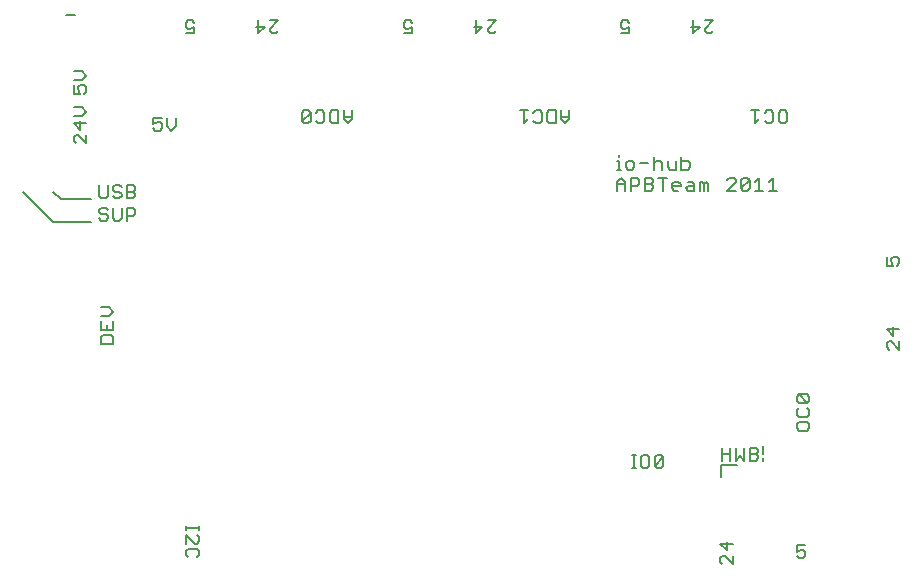
<source format=gto>
From 3f74740bec4e1e3a9e168d84ae314b1e76705b4f Mon Sep 17 00:00:00 2001
From: Nicolas Schodet
Date: Thu, 7 Apr 2011 02:48:09 +0200
Subject: digital: batchpcb order

---
 .../pcb/orders/batchpcb_2011-04-06/io-hub.GTO      | 576 +++++++++++++++++++++
 1 file changed, 576 insertions(+)
 create mode 100644 digital/io-hub/pcb/orders/batchpcb_2011-04-06/io-hub.GTO

(limited to 'digital/io-hub/pcb/orders/batchpcb_2011-04-06/io-hub.GTO')

diff --git a/digital/io-hub/pcb/orders/batchpcb_2011-04-06/io-hub.GTO b/digital/io-hub/pcb/orders/batchpcb_2011-04-06/io-hub.GTO
new file mode 100644
index 00000000..6e761d94
--- /dev/null
+++ b/digital/io-hub/pcb/orders/batchpcb_2011-04-06/io-hub.GTO
@@ -0,0 +1,576 @@
+G75*
+G70*
+%OFA0B0*%
+%FSLAX24Y24*%
+%IPPOS*%
+%LPD*%
+%AMOC8*
+5,1,8,0,0,1.08239X$1,22.5*
+%
+%ADD10C,0.0080*%
+D10*
+X009492Y001691D02*
+X009562Y001621D01*
+X009492Y001691D02*
+X009492Y001831D01*
+X009562Y001901D01*
+X009842Y001901D01*
+X009912Y001831D01*
+X009912Y001691D01*
+X009842Y001621D01*
+X009842Y002081D02*
+X009912Y002151D01*
+X009912Y002291D01*
+X009842Y002361D01*
+X009912Y002528D02*
+X009912Y002668D01*
+X009912Y002598D02*
+X009492Y002598D01*
+X009492Y002668D02*
+X009492Y002528D01*
+X009492Y002361D02*
+X009772Y002081D01*
+X009842Y002081D01*
+X009492Y002081D02*
+X009492Y002361D01*
+X007062Y008748D02*
+X006642Y008748D01*
+X006642Y008958D01*
+X006712Y009029D01*
+X006992Y009029D01*
+X007062Y008958D01*
+X007062Y008748D01*
+X007062Y009209D02*
+X006642Y009209D01*
+X006642Y009489D01*
+X006642Y009669D02*
+X006922Y009669D01*
+X007062Y009809D01*
+X006922Y009949D01*
+X006642Y009949D01*
+X007062Y009489D02*
+X007062Y009209D01*
+X006852Y009209D02*
+X006852Y009349D01*
+X006802Y012848D02*
+X006662Y012848D01*
+X006592Y012918D01*
+X006662Y013058D02*
+X006802Y013058D01*
+X006872Y012988D01*
+X006872Y012918D01*
+X006802Y012848D01*
+X006662Y013058D02*
+X006592Y013129D01*
+X006592Y013199D01*
+X006662Y013269D01*
+X006802Y013269D01*
+X006872Y013199D01*
+X007052Y013269D02*
+X007052Y012918D01*
+X007122Y012848D01*
+X007262Y012848D01*
+X007332Y012918D01*
+X007332Y013269D01*
+X007513Y013269D02*
+X007723Y013269D01*
+X007793Y013199D01*
+X007793Y013058D01*
+X007723Y012988D01*
+X007513Y012988D01*
+X007513Y012848D02*
+X007513Y013269D01*
+X007513Y013598D02*
+X007723Y013598D01*
+X007793Y013668D01*
+X007793Y013738D01*
+X007723Y013808D01*
+X007513Y013808D01*
+X007332Y013738D02*
+X007262Y013808D01*
+X007122Y013808D01*
+X007052Y013879D01*
+X007052Y013949D01*
+X007122Y014019D01*
+X007262Y014019D01*
+X007332Y013949D01*
+X007513Y014019D02*
+X007723Y014019D01*
+X007793Y013949D01*
+X007793Y013879D01*
+X007723Y013808D01*
+X007513Y013598D02*
+X007513Y014019D01*
+X007332Y013738D02*
+X007332Y013668D01*
+X007262Y013598D01*
+X007122Y013598D01*
+X007052Y013668D01*
+X006872Y013668D02*
+X006872Y014019D01*
+X006592Y014019D02*
+X006592Y013668D01*
+X006662Y013598D01*
+X006802Y013598D01*
+X006872Y013668D01*
+X006302Y013558D02*
+X005302Y013558D01*
+X005052Y013808D01*
+X004052Y013808D02*
+X005052Y012808D01*
+X006302Y012808D01*
+X006162Y015417D02*
+X005882Y015697D01*
+X005812Y015697D01*
+X005742Y015627D01*
+X005742Y015487D01*
+X005812Y015417D01*
+X006162Y015417D02*
+X006162Y015697D01*
+X005952Y015877D02*
+X005952Y016158D01*
+X006022Y016338D02*
+X005742Y016338D01*
+X006022Y016338D02*
+X006162Y016478D01*
+X006022Y016618D01*
+X005742Y016618D01*
+X005742Y017078D02*
+X005952Y017078D01*
+X005882Y017218D01*
+X005882Y017288D01*
+X005952Y017358D01*
+X006092Y017358D01*
+X006162Y017288D01*
+X006162Y017148D01*
+X006092Y017078D01*
+X005742Y017078D02*
+X005742Y017358D01*
+X005742Y017538D02*
+X006022Y017538D01*
+X006162Y017678D01*
+X006022Y017818D01*
+X005742Y017818D01*
+X008392Y016269D02*
+X008392Y016058D01*
+X008532Y016129D01*
+X008602Y016129D01*
+X008672Y016058D01*
+X008672Y015918D01*
+X008602Y015848D01*
+X008462Y015848D01*
+X008392Y015918D01*
+X008392Y016269D02*
+X008672Y016269D01*
+X008852Y016269D02*
+X008852Y015988D01*
+X008992Y015848D01*
+X009132Y015988D01*
+X009132Y016269D01*
+X006162Y016088D02*
+X005742Y016088D01*
+X005952Y015877D01*
+X009482Y019098D02*
+X009762Y019098D01*
+X009762Y019308D01*
+X009622Y019238D01*
+X009552Y019238D01*
+X009482Y019308D01*
+X009482Y019448D01*
+X009552Y019518D01*
+X009692Y019518D01*
+X009762Y019448D01*
+X011821Y019308D02*
+X012102Y019308D01*
+X011891Y019098D01*
+X011891Y019518D01*
+X012282Y019518D02*
+X012562Y019518D01*
+X012282Y019238D01*
+X012282Y019168D01*
+X012352Y019098D01*
+X012492Y019098D01*
+X012562Y019168D01*
+X013421Y016518D02*
+X013561Y016518D01*
+X013631Y016448D01*
+X013351Y016168D01*
+X013351Y016448D01*
+X013421Y016518D01*
+X013631Y016448D02*
+X013631Y016168D01*
+X013561Y016098D01*
+X013421Y016098D01*
+X013351Y016168D01*
+X013811Y016168D02*
+X013881Y016098D01*
+X014021Y016098D01*
+X014091Y016168D01*
+X014091Y016448D01*
+X014021Y016518D01*
+X013881Y016518D01*
+X013811Y016448D01*
+X014271Y016448D02*
+X014271Y016168D01*
+X014341Y016098D01*
+X014552Y016098D01*
+X014552Y016518D01*
+X014341Y016518D01*
+X014271Y016448D01*
+X014732Y016518D02*
+X014732Y016238D01*
+X014872Y016098D01*
+X015012Y016238D01*
+X015012Y016518D01*
+X015012Y016308D02*
+X014732Y016308D01*
+X016732Y019098D02*
+X017012Y019098D01*
+X017012Y019308D01*
+X016872Y019238D01*
+X016802Y019238D01*
+X016732Y019308D01*
+X016732Y019448D01*
+X016802Y019518D01*
+X016942Y019518D01*
+X017012Y019448D01*
+X019071Y019308D02*
+X019352Y019308D01*
+X019141Y019098D01*
+X019141Y019518D01*
+X019532Y019518D02*
+X019812Y019518D01*
+X019532Y019238D01*
+X019532Y019168D01*
+X019602Y019098D01*
+X019742Y019098D01*
+X019812Y019168D01*
+X023982Y019098D02*
+X024262Y019098D01*
+X024262Y019308D01*
+X024122Y019238D01*
+X024052Y019238D01*
+X023982Y019308D01*
+X023982Y019448D01*
+X024052Y019518D01*
+X024192Y019518D01*
+X024262Y019448D01*
+X026321Y019308D02*
+X026602Y019308D01*
+X026391Y019098D01*
+X026391Y019518D01*
+X026782Y019518D02*
+X027062Y019518D01*
+X026782Y019238D01*
+X026782Y019168D01*
+X026852Y019098D01*
+X026992Y019098D01*
+X027062Y019168D01*
+X028311Y016518D02*
+X028591Y016518D01*
+X028451Y016518D02*
+X028451Y016098D01*
+X028591Y016238D01*
+X028771Y016168D02*
+X028841Y016098D01*
+X028981Y016098D01*
+X029052Y016168D01*
+X029052Y016448D01*
+X028981Y016518D01*
+X028841Y016518D01*
+X028771Y016448D01*
+X029232Y016448D02*
+X029232Y016168D01*
+X029302Y016098D01*
+X029442Y016098D01*
+X029512Y016168D01*
+X029512Y016448D01*
+X029442Y016518D01*
+X029302Y016518D01*
+X029232Y016448D01*
+X026270Y014758D02*
+X026270Y014618D01*
+X026200Y014548D01*
+X025990Y014548D01*
+X025990Y014969D01*
+X025990Y014829D02*
+X026200Y014829D01*
+X026270Y014758D01*
+X025810Y014829D02*
+X025810Y014548D01*
+X025600Y014548D01*
+X025530Y014618D01*
+X025530Y014829D01*
+X025350Y014758D02*
+X025350Y014548D01*
+X025350Y014758D02*
+X025280Y014829D01*
+X025140Y014829D01*
+X025069Y014758D01*
+X024889Y014758D02*
+X024609Y014758D01*
+X024429Y014758D02*
+X024429Y014618D01*
+X024359Y014548D01*
+X024219Y014548D01*
+X024149Y014618D01*
+X024149Y014758D01*
+X024219Y014829D01*
+X024359Y014829D01*
+X024429Y014758D01*
+X023982Y014548D02*
+X023842Y014548D01*
+X023912Y014548D02*
+X023912Y014829D01*
+X023842Y014829D01*
+X023912Y014969D02*
+X023912Y015039D01*
+X023982Y014269D02*
+X024122Y014129D01*
+X024122Y013848D01*
+X024302Y013848D02*
+X024302Y014269D01*
+X024512Y014269D01*
+X024582Y014199D01*
+X024582Y014058D01*
+X024512Y013988D01*
+X024302Y013988D01*
+X024122Y014058D02*
+X023842Y014058D01*
+X023842Y014129D02*
+X023982Y014269D01*
+X023842Y014129D02*
+X023842Y013848D01*
+X024763Y013848D02*
+X024763Y014269D01*
+X024973Y014269D01*
+X025043Y014199D01*
+X025043Y014129D01*
+X024973Y014058D01*
+X024763Y014058D01*
+X024763Y013848D02*
+X024973Y013848D01*
+X025043Y013918D01*
+X025043Y013988D01*
+X024973Y014058D01*
+X025223Y014269D02*
+X025503Y014269D01*
+X025363Y014269D02*
+X025363Y013848D01*
+X025683Y013918D02*
+X025683Y014058D01*
+X025753Y014129D01*
+X025893Y014129D01*
+X025964Y014058D01*
+X025964Y013988D01*
+X025683Y013988D01*
+X025683Y013918D02*
+X025753Y013848D01*
+X025893Y013848D01*
+X026144Y013918D02*
+X026214Y013988D01*
+X026424Y013988D01*
+X026424Y014058D02*
+X026424Y013848D01*
+X026214Y013848D01*
+X026144Y013918D01*
+X026214Y014129D02*
+X026354Y014129D01*
+X026424Y014058D01*
+X026604Y014129D02*
+X026604Y013848D01*
+X026744Y013848D02*
+X026744Y014058D01*
+X026814Y014129D01*
+X026884Y014058D01*
+X026884Y013848D01*
+X026744Y014058D02*
+X026674Y014129D01*
+X026604Y014129D01*
+X027525Y014199D02*
+X027595Y014269D01*
+X027735Y014269D01*
+X027805Y014199D01*
+X027805Y014129D01*
+X027525Y013848D01*
+X027805Y013848D01*
+X027985Y013918D02*
+X027985Y014199D01*
+X028055Y014269D01*
+X028195Y014269D01*
+X028265Y014199D01*
+X027985Y013918D01*
+X028055Y013848D01*
+X028195Y013848D01*
+X028265Y013918D01*
+X028265Y014199D01*
+X028445Y014129D02*
+X028586Y014269D01*
+X028586Y013848D01*
+X028726Y013848D02*
+X028445Y013848D01*
+X028906Y013848D02*
+X029186Y013848D01*
+X029046Y013848D02*
+X029046Y014269D01*
+X028906Y014129D01*
+X025069Y014548D02*
+X025069Y014969D01*
+X022262Y016238D02*
+X022122Y016098D01*
+X021982Y016238D01*
+X021982Y016518D01*
+X021802Y016518D02*
+X021591Y016518D01*
+X021521Y016448D01*
+X021521Y016168D01*
+X021591Y016098D01*
+X021802Y016098D01*
+X021802Y016518D01*
+X021982Y016308D02*
+X022262Y016308D01*
+X022262Y016238D02*
+X022262Y016518D01*
+X021341Y016448D02*
+X021341Y016168D01*
+X021271Y016098D01*
+X021131Y016098D01*
+X021061Y016168D01*
+X020881Y016238D02*
+X020741Y016098D01*
+X020741Y016518D01*
+X020881Y016518D02*
+X020601Y016518D01*
+X021061Y016448D02*
+X021131Y016518D01*
+X021271Y016518D01*
+X021341Y016448D01*
+X032842Y011629D02*
+X032842Y011348D01*
+X033052Y011348D01*
+X032982Y011488D01*
+X032982Y011558D01*
+X033052Y011629D01*
+X033192Y011629D01*
+X033262Y011558D01*
+X033262Y011418D01*
+X033192Y011348D01*
+X033052Y009289D02*
+X033052Y009009D01*
+X032842Y009219D01*
+X033262Y009219D01*
+X033262Y008829D02*
+X033262Y008548D01*
+X032982Y008829D01*
+X032912Y008829D01*
+X032842Y008758D01*
+X032842Y008618D01*
+X032912Y008548D01*
+X030262Y006979D02*
+X030262Y006839D01*
+X030192Y006769D01*
+X029912Y007049D01*
+X030192Y007049D01*
+X030262Y006979D01*
+X030192Y006769D02*
+X029912Y006769D01*
+X029842Y006839D01*
+X029842Y006979D01*
+X029912Y007049D01*
+X029912Y006589D02*
+X029842Y006519D01*
+X029842Y006379D01*
+X029912Y006309D01*
+X030192Y006309D01*
+X030262Y006379D01*
+X030262Y006519D01*
+X030192Y006589D01*
+X030192Y006129D02*
+X029912Y006129D01*
+X029842Y006058D01*
+X029842Y005918D01*
+X029912Y005848D01*
+X030192Y005848D01*
+X030262Y005918D01*
+X030262Y006058D01*
+X030192Y006129D01*
+X028723Y005339D02*
+X028723Y005058D01*
+X028723Y004918D02*
+X028723Y004848D01*
+X028543Y004918D02*
+X028473Y004848D01*
+X028263Y004848D01*
+X028263Y005269D01*
+X028473Y005269D01*
+X028543Y005199D01*
+X028543Y005129D01*
+X028473Y005058D01*
+X028263Y005058D01*
+X028473Y005058D02*
+X028543Y004988D01*
+X028543Y004918D01*
+X028082Y004848D02*
+X028082Y005269D01*
+X027802Y005269D02*
+X027802Y004848D01*
+X027942Y004988D01*
+X028082Y004848D01*
+X027852Y004708D02*
+X027302Y004708D01*
+X027302Y004308D01*
+X027342Y004848D02*
+X027342Y005269D01*
+X027342Y005058D02*
+X027622Y005058D01*
+X027622Y004848D02*
+X027622Y005269D01*
+X025389Y004949D02*
+X025389Y004668D01*
+X025319Y004598D01*
+X025179Y004598D01*
+X025109Y004668D01*
+X025389Y004949D01*
+X025319Y005019D01*
+X025179Y005019D01*
+X025109Y004949D01*
+X025109Y004668D01*
+X024929Y004668D02*
+X024929Y004949D01*
+X024859Y005019D01*
+X024719Y005019D01*
+X024649Y004949D01*
+X024649Y004668D01*
+X024719Y004598D01*
+X024859Y004598D01*
+X024929Y004668D01*
+X024482Y004598D02*
+X024342Y004598D01*
+X024412Y004598D02*
+X024412Y005019D01*
+X024342Y005019D02*
+X024482Y005019D01*
+X027502Y002139D02*
+X027502Y001859D01*
+X027292Y002069D01*
+X027712Y002069D01*
+X027712Y001679D02*
+X027712Y001398D01*
+X027432Y001679D01*
+X027362Y001679D01*
+X027292Y001608D01*
+X027292Y001468D01*
+X027362Y001398D01*
+X029842Y001668D02*
+X029912Y001598D01*
+X030052Y001598D01*
+X030122Y001668D01*
+X030122Y001808D01*
+X030052Y001879D01*
+X029982Y001879D01*
+X029842Y001808D01*
+X029842Y002019D01*
+X030122Y002019D01*
+X005772Y019708D02*
+X005492Y019708D01*
+M02*
-- 
cgit v1.2.3


</source>
